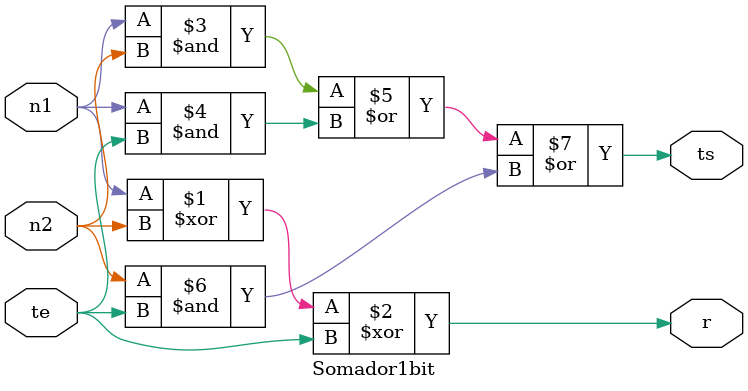
<source format=v>
module Somador1bit(n1,n2,te,r,ts);
	input n1,n2,te;
	output r,ts;
	
	assign r = n1^n2^te;
	
	assign ts = (n1&n2) |(n1&te)|(n2&te);
endmodule

</source>
